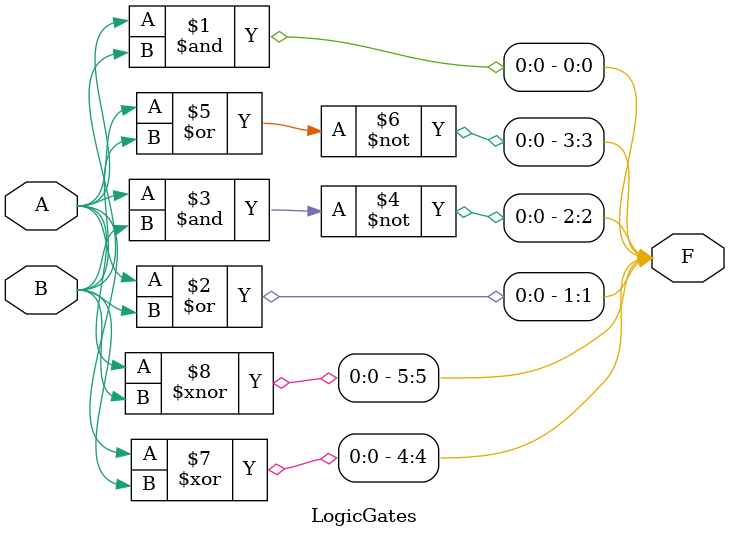
<source format=v>
module LogicGates (
    input wire A,
    input wire B,
    output wire [5:0] F
);

assign F[0] = A & B;    // AND
assign F[1] = A | B;    // OR
assign F[2] = ~(A & B); // NAND
assign F[3] = ~(A | B); // NOR
assign F[4] = A ^ B;    // XOR
assign F[5] = A ~^ B;   // XNOR

endmodule


</source>
